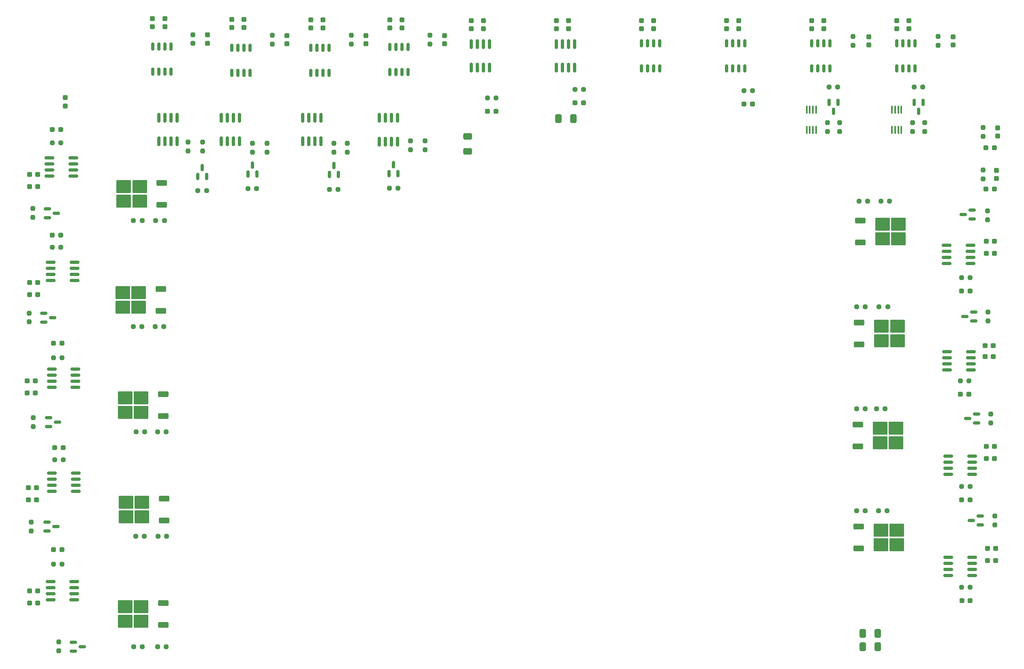
<source format=gbr>
%TF.GenerationSoftware,KiCad,Pcbnew,7.0.7*%
%TF.CreationDate,2023-11-10T12:57:54-06:00*%
%TF.ProjectId,PowerBoard_2024,506f7765-7242-46f6-9172-645f32303234,rev?*%
%TF.SameCoordinates,Original*%
%TF.FileFunction,Paste,Top*%
%TF.FilePolarity,Positive*%
%FSLAX46Y46*%
G04 Gerber Fmt 4.6, Leading zero omitted, Abs format (unit mm)*
G04 Created by KiCad (PCBNEW 7.0.7) date 2023-11-10 12:57:54*
%MOMM*%
%LPD*%
G01*
G04 APERTURE LIST*
G04 Aperture macros list*
%AMRoundRect*
0 Rectangle with rounded corners*
0 $1 Rounding radius*
0 $2 $3 $4 $5 $6 $7 $8 $9 X,Y pos of 4 corners*
0 Add a 4 corners polygon primitive as box body*
4,1,4,$2,$3,$4,$5,$6,$7,$8,$9,$2,$3,0*
0 Add four circle primitives for the rounded corners*
1,1,$1+$1,$2,$3*
1,1,$1+$1,$4,$5*
1,1,$1+$1,$6,$7*
1,1,$1+$1,$8,$9*
0 Add four rect primitives between the rounded corners*
20,1,$1+$1,$2,$3,$4,$5,0*
20,1,$1+$1,$4,$5,$6,$7,0*
20,1,$1+$1,$6,$7,$8,$9,0*
20,1,$1+$1,$8,$9,$2,$3,0*%
G04 Aperture macros list end*
%ADD10RoundRect,0.237500X-0.250000X-0.237500X0.250000X-0.237500X0.250000X0.237500X-0.250000X0.237500X0*%
%ADD11RoundRect,0.237500X0.250000X0.237500X-0.250000X0.237500X-0.250000X-0.237500X0.250000X-0.237500X0*%
%ADD12RoundRect,0.237500X-0.287500X-0.237500X0.287500X-0.237500X0.287500X0.237500X-0.287500X0.237500X0*%
%ADD13RoundRect,0.237500X-0.237500X0.300000X-0.237500X-0.300000X0.237500X-0.300000X0.237500X0.300000X0*%
%ADD14RoundRect,0.237500X-0.300000X-0.237500X0.300000X-0.237500X0.300000X0.237500X-0.300000X0.237500X0*%
%ADD15RoundRect,0.150000X0.150000X-0.675000X0.150000X0.675000X-0.150000X0.675000X-0.150000X-0.675000X0*%
%ADD16RoundRect,0.237500X0.300000X0.237500X-0.300000X0.237500X-0.300000X-0.237500X0.300000X-0.237500X0*%
%ADD17RoundRect,0.237500X0.237500X-0.287500X0.237500X0.287500X-0.237500X0.287500X-0.237500X-0.287500X0*%
%ADD18RoundRect,0.250000X0.850000X0.350000X-0.850000X0.350000X-0.850000X-0.350000X0.850000X-0.350000X0*%
%ADD19RoundRect,0.250000X1.275000X1.125000X-1.275000X1.125000X-1.275000X-1.125000X1.275000X-1.125000X0*%
%ADD20RoundRect,0.150000X0.150000X-0.825000X0.150000X0.825000X-0.150000X0.825000X-0.150000X-0.825000X0*%
%ADD21RoundRect,0.237500X0.237500X-0.300000X0.237500X0.300000X-0.237500X0.300000X-0.237500X-0.300000X0*%
%ADD22RoundRect,0.150000X0.587500X0.150000X-0.587500X0.150000X-0.587500X-0.150000X0.587500X-0.150000X0*%
%ADD23RoundRect,0.237500X0.237500X-0.250000X0.237500X0.250000X-0.237500X0.250000X-0.237500X-0.250000X0*%
%ADD24RoundRect,0.250000X-0.650000X0.412500X-0.650000X-0.412500X0.650000X-0.412500X0.650000X0.412500X0*%
%ADD25RoundRect,0.237500X-0.237500X0.250000X-0.237500X-0.250000X0.237500X-0.250000X0.237500X0.250000X0*%
%ADD26RoundRect,0.150000X-0.825000X-0.150000X0.825000X-0.150000X0.825000X0.150000X-0.825000X0.150000X0*%
%ADD27RoundRect,0.250000X-0.412500X-0.650000X0.412500X-0.650000X0.412500X0.650000X-0.412500X0.650000X0*%
%ADD28RoundRect,0.237500X0.287500X0.237500X-0.287500X0.237500X-0.287500X-0.237500X0.287500X-0.237500X0*%
%ADD29RoundRect,0.150000X-0.587500X-0.150000X0.587500X-0.150000X0.587500X0.150000X-0.587500X0.150000X0*%
%ADD30RoundRect,0.150000X0.825000X0.150000X-0.825000X0.150000X-0.825000X-0.150000X0.825000X-0.150000X0*%
%ADD31RoundRect,0.250000X-0.850000X-0.350000X0.850000X-0.350000X0.850000X0.350000X-0.850000X0.350000X0*%
%ADD32RoundRect,0.250000X-1.275000X-1.125000X1.275000X-1.125000X1.275000X1.125000X-1.275000X1.125000X0*%
%ADD33RoundRect,0.150000X0.150000X-0.587500X0.150000X0.587500X-0.150000X0.587500X-0.150000X-0.587500X0*%
%ADD34RoundRect,0.100000X0.100000X-0.712500X0.100000X0.712500X-0.100000X0.712500X-0.100000X-0.712500X0*%
%ADD35RoundRect,0.150000X-0.150000X0.587500X-0.150000X-0.587500X0.150000X-0.587500X0.150000X0.587500X0*%
G04 APERTURE END LIST*
D10*
%TO.C,R58*%
X343672500Y-167385000D03*
X345497500Y-167385000D03*
%TD*%
D11*
%TO.C,R15*%
X194956500Y-193549000D03*
X193131500Y-193549000D03*
%TD*%
D12*
%TO.C,D4*%
X266587000Y-126492000D03*
X268337000Y-126492000D03*
%TD*%
D13*
%TO.C,C22*%
X199136000Y-107087500D03*
X199136000Y-108812500D03*
%TD*%
D14*
%TO.C,C26*%
X170587500Y-207772000D03*
X172312500Y-207772000D03*
%TD*%
D12*
%TO.C,D20*%
X365393000Y-185674000D03*
X367143000Y-185674000D03*
%TD*%
D10*
%TO.C,R65*%
X284837500Y-121920000D03*
X286662500Y-121920000D03*
%TD*%
D11*
%TO.C,R36*%
X177442500Y-133096000D03*
X175617500Y-133096000D03*
%TD*%
D14*
%TO.C,C37*%
X370993500Y-220472000D03*
X372718500Y-220472000D03*
%TD*%
D10*
%TO.C,R62*%
X343672500Y-188721000D03*
X345497500Y-188721000D03*
%TD*%
D15*
%TO.C,U11*%
X246126000Y-118280000D03*
X247396000Y-118280000D03*
X248666000Y-118280000D03*
X249936000Y-118280000D03*
X249936000Y-113030000D03*
X248666000Y-113030000D03*
X247396000Y-113030000D03*
X246126000Y-113030000D03*
%TD*%
D16*
%TO.C,C20*%
X172566500Y-164846000D03*
X170841500Y-164846000D03*
%TD*%
D17*
%TO.C,D12*%
X208026000Y-112240000D03*
X208026000Y-110490000D03*
%TD*%
D18*
%TO.C,Q14*%
X198971000Y-212084000D03*
D19*
X194346000Y-211329000D03*
X194346000Y-208279000D03*
X190996000Y-211329000D03*
X190996000Y-208279000D03*
D18*
X198971000Y-207524000D03*
%TD*%
D20*
%TO.C,Q21*%
X243967000Y-132842000D03*
X245237000Y-132842000D03*
X246507000Y-132842000D03*
X247777000Y-132842000D03*
X247777000Y-127892000D03*
X246507000Y-127892000D03*
X245237000Y-127892000D03*
X243967000Y-127892000D03*
%TD*%
D11*
%TO.C,R32*%
X177950500Y-199389000D03*
X176125500Y-199389000D03*
%TD*%
D10*
%TO.C,R59*%
X348348000Y-167385000D03*
X350173000Y-167385000D03*
%TD*%
D15*
%TO.C,U10*%
X213106000Y-118449000D03*
X214376000Y-118449000D03*
X215646000Y-118449000D03*
X216916000Y-118449000D03*
X216916000Y-113199000D03*
X215646000Y-113199000D03*
X214376000Y-113199000D03*
X213106000Y-113199000D03*
%TD*%
D13*
%TO.C,C45*%
X319024000Y-107495000D03*
X319024000Y-109220000D03*
%TD*%
D12*
%TO.C,D5*%
X320143500Y-124968000D03*
X321893500Y-124968000D03*
%TD*%
D11*
%TO.C,R29*%
X194853000Y-215393000D03*
X193028000Y-215393000D03*
%TD*%
D10*
%TO.C,R64*%
X365609500Y-204978000D03*
X367434500Y-204978000D03*
%TD*%
D21*
%TO.C,C52*%
X280924000Y-109220000D03*
X280924000Y-107495000D03*
%TD*%
D22*
%TO.C,Q25*%
X369491500Y-213040000D03*
X369491500Y-211140000D03*
X367616500Y-212090000D03*
%TD*%
D23*
%TO.C,R40*%
X217424000Y-135024500D03*
X217424000Y-133199500D03*
%TD*%
D12*
%TO.C,D21*%
X365644000Y-207772000D03*
X367394000Y-207772000D03*
%TD*%
D24*
%TO.C,C49*%
X262382000Y-131787500D03*
X262382000Y-134912500D03*
%TD*%
D23*
%TO.C,R8*%
X342900000Y-112672500D03*
X342900000Y-110847500D03*
%TD*%
D17*
%TO.C,D8*%
X363855000Y-112635000D03*
X363855000Y-110885000D03*
%TD*%
D14*
%TO.C,C18*%
X170333500Y-185420000D03*
X172058500Y-185420000D03*
%TD*%
D21*
%TO.C,C32*%
X246126000Y-109066500D03*
X246126000Y-107341500D03*
%TD*%
D18*
%TO.C,Q6*%
X198820000Y-190241000D03*
D19*
X194195000Y-189486000D03*
X194195000Y-186436000D03*
X190845000Y-189486000D03*
X190845000Y-186436000D03*
D18*
X198820000Y-185681000D03*
%TD*%
D23*
%TO.C,R24*%
X234442000Y-135024500D03*
X234442000Y-133199500D03*
%TD*%
D13*
%TO.C,C16*%
X354584000Y-107495000D03*
X354584000Y-109220000D03*
%TD*%
D25*
%TO.C,R13*%
X171625500Y-190603500D03*
X171625500Y-192428500D03*
%TD*%
D13*
%TO.C,C21*%
X232156000Y-107341500D03*
X232156000Y-109066500D03*
%TD*%
D25*
%TO.C,R23*%
X171196000Y-212447500D03*
X171196000Y-214272500D03*
%TD*%
%TO.C,R17*%
X170766500Y-168722000D03*
X170766500Y-170547000D03*
%TD*%
D23*
%TO.C,R47*%
X254508000Y-112418500D03*
X254508000Y-110593500D03*
%TD*%
D11*
%TO.C,R35*%
X194382500Y-149352000D03*
X192557500Y-149352000D03*
%TD*%
D13*
%TO.C,C47*%
X301244000Y-107495000D03*
X301244000Y-109220000D03*
%TD*%
D16*
%TO.C,C41*%
X372210500Y-175514000D03*
X370485500Y-175514000D03*
%TD*%
D20*
%TO.C,Q12*%
X227965000Y-132777000D03*
X229235000Y-132777000D03*
X230505000Y-132777000D03*
X231775000Y-132777000D03*
X231775000Y-127827000D03*
X230505000Y-127827000D03*
X229235000Y-127827000D03*
X227965000Y-127827000D03*
%TD*%
D26*
%TO.C,U13*%
X362523000Y-154559000D03*
X362523000Y-155829000D03*
X362523000Y-157099000D03*
X362523000Y-158369000D03*
X367473000Y-158369000D03*
X367473000Y-157099000D03*
X367473000Y-155829000D03*
X367473000Y-154559000D03*
%TD*%
D25*
%TO.C,R39*%
X176941000Y-237527500D03*
X176941000Y-239352500D03*
%TD*%
D11*
%TO.C,R14*%
X199425000Y-193549000D03*
X197600000Y-193549000D03*
%TD*%
D25*
%TO.C,R43*%
X253492000Y-132691500D03*
X253492000Y-134516500D03*
%TD*%
D27*
%TO.C,C4*%
X344922388Y-235712000D03*
X348047388Y-235712000D03*
%TD*%
D28*
%TO.C,D10*%
X177405000Y-152400000D03*
X175655000Y-152400000D03*
%TD*%
D29*
%TO.C,Q5*%
X174830500Y-190566000D03*
X174830500Y-192466000D03*
X176705500Y-191516000D03*
%TD*%
D13*
%TO.C,C51*%
X265684000Y-107495000D03*
X265684000Y-109220000D03*
%TD*%
%TO.C,C29*%
X215646000Y-107290500D03*
X215646000Y-109015500D03*
%TD*%
D11*
%TO.C,R44*%
X199425000Y-238506000D03*
X197600000Y-238506000D03*
%TD*%
D29*
%TO.C,Q7*%
X173814500Y-168722000D03*
X173814500Y-170622000D03*
X175689500Y-169672000D03*
%TD*%
D16*
%TO.C,C28*%
X172566500Y-142240000D03*
X170841500Y-142240000D03*
%TD*%
D30*
%TO.C,U4*%
X180464000Y-184277000D03*
X180464000Y-183007000D03*
X180464000Y-181737000D03*
X180464000Y-180467000D03*
X175514000Y-180467000D03*
X175514000Y-181737000D03*
X175514000Y-183007000D03*
X175514000Y-184277000D03*
%TD*%
D20*
%TO.C,U21*%
X263144000Y-117394000D03*
X264414000Y-117394000D03*
X265684000Y-117394000D03*
X266954000Y-117394000D03*
X266954000Y-112444000D03*
X265684000Y-112444000D03*
X264414000Y-112444000D03*
X263144000Y-112444000D03*
%TD*%
D23*
%TO.C,R49*%
X370997000Y-149165000D03*
X370997000Y-147340000D03*
%TD*%
D11*
%TO.C,R48*%
X177696500Y-221234000D03*
X175871500Y-221234000D03*
%TD*%
D20*
%TO.C,U23*%
X280924000Y-117394000D03*
X282194000Y-117394000D03*
X283464000Y-117394000D03*
X284734000Y-117394000D03*
X284734000Y-112444000D03*
X283464000Y-112444000D03*
X282194000Y-112444000D03*
X280924000Y-112444000D03*
%TD*%
D10*
%TO.C,R51*%
X348752500Y-145288000D03*
X350577500Y-145288000D03*
%TD*%
%TO.C,R3*%
X320143500Y-122174000D03*
X321968500Y-122174000D03*
%TD*%
D13*
%TO.C,C30*%
X248666000Y-107341500D03*
X248666000Y-109066500D03*
%TD*%
D31*
%TO.C,Q28*%
X344230000Y-170694000D03*
D32*
X348855000Y-171449000D03*
X348855000Y-174499000D03*
X352205000Y-171449000D03*
X352205000Y-174499000D03*
D31*
X344230000Y-175254000D03*
%TD*%
D33*
%TO.C,Q10*%
X205981500Y-140129500D03*
X207881500Y-140129500D03*
X206931500Y-138254500D03*
%TD*%
D23*
%TO.C,R12*%
X360680000Y-112672500D03*
X360680000Y-110847500D03*
%TD*%
D22*
%TO.C,Q29*%
X368729500Y-191704000D03*
X368729500Y-189804000D03*
X366854500Y-190754000D03*
%TD*%
D10*
%TO.C,R21*%
X233529500Y-142826500D03*
X235354500Y-142826500D03*
%TD*%
D25*
%TO.C,R4*%
X370078000Y-129897500D03*
X370078000Y-131722500D03*
%TD*%
D30*
%TO.C,U8*%
X180529000Y-205994000D03*
X180529000Y-204724000D03*
X180529000Y-203454000D03*
X180529000Y-202184000D03*
X175579000Y-202184000D03*
X175579000Y-203454000D03*
X175579000Y-204724000D03*
X175579000Y-205994000D03*
%TD*%
D23*
%TO.C,R6*%
X337566000Y-130706500D03*
X337566000Y-128881500D03*
%TD*%
D20*
%TO.C,Q13*%
X197866000Y-132777000D03*
X199136000Y-132777000D03*
X200406000Y-132777000D03*
X201676000Y-132777000D03*
X201676000Y-127827000D03*
X200406000Y-127827000D03*
X199136000Y-127827000D03*
X197866000Y-127827000D03*
%TD*%
D22*
%TO.C,Q27*%
X368143000Y-170368000D03*
X368143000Y-168468000D03*
X366268000Y-169418000D03*
%TD*%
D20*
%TO.C,Q20*%
X210947000Y-132777000D03*
X212217000Y-132777000D03*
X213487000Y-132777000D03*
X214757000Y-132777000D03*
X214757000Y-127827000D03*
X213487000Y-127827000D03*
X212217000Y-127827000D03*
X210947000Y-127827000D03*
%TD*%
D23*
%TO.C,R26*%
X203962000Y-134770500D03*
X203962000Y-132945500D03*
%TD*%
%TO.C,R53*%
X372539500Y-213034000D03*
X372539500Y-211209000D03*
%TD*%
D29*
%TO.C,Q15*%
X174576500Y-146878000D03*
X174576500Y-148778000D03*
X176451500Y-147828000D03*
%TD*%
D25*
%TO.C,R25*%
X237236000Y-133199500D03*
X237236000Y-135024500D03*
%TD*%
D21*
%TO.C,C44*%
X316484000Y-109220000D03*
X316484000Y-107495000D03*
%TD*%
D16*
%TO.C,C43*%
X372464500Y-196596000D03*
X370739500Y-196596000D03*
%TD*%
D18*
%TO.C,Q22*%
X198820000Y-233929000D03*
D19*
X194195000Y-233174000D03*
X194195000Y-230124000D03*
X190845000Y-233174000D03*
X190845000Y-230124000D03*
D18*
X198820000Y-229369000D03*
%TD*%
D26*
%TO.C,U17*%
X362842000Y-198628000D03*
X362842000Y-199898000D03*
X362842000Y-201168000D03*
X362842000Y-202438000D03*
X367792000Y-202438000D03*
X367792000Y-201168000D03*
X367792000Y-199898000D03*
X367792000Y-198628000D03*
%TD*%
D34*
%TO.C,Q4*%
X351069000Y-130382500D03*
X351719000Y-130382500D03*
X352369000Y-130382500D03*
X353019000Y-130382500D03*
X353019000Y-126157500D03*
X352369000Y-126157500D03*
X351719000Y-126157500D03*
X351069000Y-126157500D03*
%TD*%
D27*
%TO.C,C6*%
X344922388Y-238506000D03*
X348047388Y-238506000D03*
%TD*%
D22*
%TO.C,Q23*%
X367792000Y-149032000D03*
X367792000Y-147132000D03*
X365917000Y-148082000D03*
%TD*%
D30*
%TO.C,U5*%
X180275000Y-161925000D03*
X180275000Y-160655000D03*
X180275000Y-159385000D03*
X180275000Y-158115000D03*
X175325000Y-158115000D03*
X175325000Y-159385000D03*
X175325000Y-160655000D03*
X175325000Y-161925000D03*
%TD*%
D11*
%TO.C,R19*%
X194353000Y-171525700D03*
X192528000Y-171525700D03*
%TD*%
D13*
%TO.C,C14*%
X336804000Y-107495000D03*
X336804000Y-109220000D03*
%TD*%
D31*
%TO.C,Q26*%
X344117000Y-213365000D03*
D32*
X348742000Y-214120000D03*
X348742000Y-217170000D03*
X352092000Y-214120000D03*
X352092000Y-217170000D03*
D31*
X344117000Y-217925000D03*
%TD*%
D12*
%TO.C,D22*%
X284847000Y-124714000D03*
X286597000Y-124714000D03*
%TD*%
D14*
%TO.C,C42*%
X370739500Y-199136000D03*
X372464500Y-199136000D03*
%TD*%
D21*
%TO.C,C23*%
X229616000Y-109066500D03*
X229616000Y-107341500D03*
%TD*%
D23*
%TO.C,R42*%
X250444000Y-134516500D03*
X250444000Y-132691500D03*
%TD*%
D33*
%TO.C,Q9*%
X233492000Y-139700000D03*
X235392000Y-139700000D03*
X234442000Y-137825000D03*
%TD*%
D28*
%TO.C,D14*%
X177405000Y-130302000D03*
X175655000Y-130302000D03*
%TD*%
D16*
%TO.C,C36*%
X372464500Y-153670000D03*
X370739500Y-153670000D03*
%TD*%
D14*
%TO.C,C34*%
X170841500Y-229362000D03*
X172566500Y-229362000D03*
%TD*%
D12*
%TO.C,D18*%
X365647000Y-164084000D03*
X367397000Y-164084000D03*
%TD*%
D13*
%TO.C,C12*%
X373126000Y-129947500D03*
X373126000Y-131672500D03*
%TD*%
D10*
%TO.C,R56*%
X365609500Y-226060000D03*
X367434500Y-226060000D03*
%TD*%
D12*
%TO.C,D19*%
X365684500Y-228854000D03*
X367434500Y-228854000D03*
%TD*%
D31*
%TO.C,Q24*%
X344449000Y-149357000D03*
D32*
X349074000Y-150112000D03*
X349074000Y-153162000D03*
X352424000Y-150112000D03*
X352424000Y-153162000D03*
D31*
X344449000Y-153917000D03*
%TD*%
D16*
%TO.C,C17*%
X172058500Y-182880000D03*
X170333500Y-182880000D03*
%TD*%
D31*
%TO.C,Q30*%
X343941000Y-192029000D03*
D32*
X348566000Y-192784000D03*
X348566000Y-195834000D03*
X351916000Y-192784000D03*
X351916000Y-195834000D03*
D31*
X343941000Y-196589000D03*
%TD*%
D11*
%TO.C,R34*%
X199058000Y-149352000D03*
X197233000Y-149352000D03*
%TD*%
D10*
%TO.C,R55*%
X348244500Y-210057000D03*
X350069500Y-210057000D03*
%TD*%
%TO.C,R63*%
X347829500Y-188722000D03*
X349654500Y-188722000D03*
%TD*%
D13*
%TO.C,C53*%
X283464000Y-107495000D03*
X283464000Y-109220000D03*
%TD*%
D11*
%TO.C,R18*%
X198925000Y-171525700D03*
X197100000Y-171525700D03*
%TD*%
D10*
%TO.C,R60*%
X365355500Y-182880000D03*
X367180500Y-182880000D03*
%TD*%
D29*
%TO.C,Q19*%
X179989000Y-237556000D03*
X179989000Y-239456000D03*
X181864000Y-238506000D03*
%TD*%
D16*
%TO.C,C38*%
X372718500Y-217932000D03*
X370993500Y-217932000D03*
%TD*%
D18*
%TO.C,Q16*%
X198510000Y-146044000D03*
D19*
X193885000Y-145289000D03*
X193885000Y-142239000D03*
X190535000Y-145289000D03*
X190535000Y-142239000D03*
D18*
X198510000Y-141484000D03*
%TD*%
D23*
%TO.C,R7*%
X340106000Y-130706500D03*
X340106000Y-128881500D03*
%TD*%
D15*
%TO.C,U2*%
X334264000Y-117544000D03*
X335534000Y-117544000D03*
X336804000Y-117544000D03*
X338074000Y-117544000D03*
X338074000Y-112294000D03*
X336804000Y-112294000D03*
X335534000Y-112294000D03*
X334264000Y-112294000D03*
%TD*%
D14*
%TO.C,C35*%
X370739500Y-156210000D03*
X372464500Y-156210000D03*
%TD*%
D15*
%TO.C,U19*%
X298704000Y-117544000D03*
X299974000Y-117544000D03*
X301244000Y-117544000D03*
X302514000Y-117544000D03*
X302514000Y-112294000D03*
X301244000Y-112294000D03*
X299974000Y-112294000D03*
X298704000Y-112294000D03*
%TD*%
D30*
%TO.C,U9*%
X180021000Y-140081000D03*
X180021000Y-138811000D03*
X180021000Y-137541000D03*
X180021000Y-136271000D03*
X175071000Y-136271000D03*
X175071000Y-137541000D03*
X175071000Y-138811000D03*
X175071000Y-140081000D03*
%TD*%
D13*
%TO.C,C9*%
X372872000Y-138837500D03*
X372872000Y-140562500D03*
%TD*%
D33*
%TO.C,Q17*%
X216474000Y-139621500D03*
X218374000Y-139621500D03*
X217424000Y-137746500D03*
%TD*%
D15*
%TO.C,U18*%
X316484000Y-117544000D03*
X317754000Y-117544000D03*
X319024000Y-117544000D03*
X320294000Y-117544000D03*
X320294000Y-112294000D03*
X319024000Y-112294000D03*
X317754000Y-112294000D03*
X316484000Y-112294000D03*
%TD*%
D28*
%TO.C,D3*%
X372477000Y-142748000D03*
X370727000Y-142748000D03*
%TD*%
D25*
%TO.C,R41*%
X220472000Y-133199500D03*
X220472000Y-135024500D03*
%TD*%
D23*
%TO.C,R31*%
X204978000Y-112287500D03*
X204978000Y-110462500D03*
%TD*%
D35*
%TO.C,Q3*%
X357566000Y-124617000D03*
X355666000Y-124617000D03*
X356616000Y-126492000D03*
%TD*%
D11*
%TO.C,R16*%
X177696500Y-178054000D03*
X175871500Y-178054000D03*
%TD*%
D23*
%TO.C,R46*%
X221615000Y-112418500D03*
X221615000Y-110593500D03*
%TD*%
%TO.C,R11*%
X357886000Y-130706500D03*
X357886000Y-128881500D03*
%TD*%
D25*
%TO.C,R33*%
X171528500Y-146849500D03*
X171528500Y-148674500D03*
%TD*%
D28*
%TO.C,D6*%
X372477000Y-134112000D03*
X370727000Y-134112000D03*
%TD*%
D11*
%TO.C,R5*%
X339748500Y-121412000D03*
X337923500Y-121412000D03*
%TD*%
%TO.C,R20*%
X177442500Y-154940000D03*
X175617500Y-154940000D03*
%TD*%
D21*
%TO.C,C24*%
X196531700Y-108812500D03*
X196531700Y-107087500D03*
%TD*%
D10*
%TO.C,R50*%
X344180500Y-145288000D03*
X346005500Y-145288000D03*
%TD*%
D21*
%TO.C,C50*%
X263144000Y-109220000D03*
X263144000Y-107495000D03*
%TD*%
D28*
%TO.C,D9*%
X177659000Y-175006000D03*
X175909000Y-175006000D03*
%TD*%
D23*
%TO.C,R1*%
X370078000Y-140612500D03*
X370078000Y-138787500D03*
%TD*%
D28*
%TO.C,D17*%
X177659000Y-218186000D03*
X175909000Y-218186000D03*
%TD*%
D10*
%TO.C,R54*%
X343672500Y-210057000D03*
X345497500Y-210057000D03*
%TD*%
D23*
%TO.C,R10*%
X355346000Y-130706500D03*
X355346000Y-128881500D03*
%TD*%
D16*
%TO.C,C33*%
X172566500Y-226822000D03*
X170841500Y-226822000D03*
%TD*%
D26*
%TO.C,U14*%
X362842000Y-219837000D03*
X362842000Y-221107000D03*
X362842000Y-222377000D03*
X362842000Y-223647000D03*
X367792000Y-223647000D03*
X367792000Y-222377000D03*
X367792000Y-221107000D03*
X367792000Y-219837000D03*
%TD*%
D30*
%TO.C,U12*%
X180210000Y-228727000D03*
X180210000Y-227457000D03*
X180210000Y-226187000D03*
X180210000Y-224917000D03*
X175260000Y-224917000D03*
X175260000Y-226187000D03*
X175260000Y-227457000D03*
X175260000Y-228727000D03*
%TD*%
D18*
%TO.C,Q8*%
X198319500Y-168218700D03*
D19*
X193694500Y-167463700D03*
X193694500Y-164413700D03*
X190344500Y-167463700D03*
X190344500Y-164413700D03*
D18*
X198319500Y-163658700D03*
%TD*%
D17*
%TO.C,D16*%
X257556000Y-112381000D03*
X257556000Y-110631000D03*
%TD*%
D15*
%TO.C,U3*%
X352044000Y-117544000D03*
X353314000Y-117544000D03*
X354584000Y-117544000D03*
X355854000Y-117544000D03*
X355854000Y-112294000D03*
X354584000Y-112294000D03*
X353314000Y-112294000D03*
X352044000Y-112294000D03*
%TD*%
D10*
%TO.C,R38*%
X246054000Y-142591000D03*
X247879000Y-142591000D03*
%TD*%
D16*
%TO.C,C25*%
X172312500Y-205232000D03*
X170587500Y-205232000D03*
%TD*%
D14*
%TO.C,C40*%
X370485500Y-177800000D03*
X372210500Y-177800000D03*
%TD*%
D23*
%TO.C,R61*%
X371680500Y-191666500D03*
X371680500Y-189841500D03*
%TD*%
%TO.C,R30*%
X238112300Y-112418500D03*
X238112300Y-110593500D03*
%TD*%
%TO.C,R57*%
X371094000Y-170330500D03*
X371094000Y-168505500D03*
%TD*%
D21*
%TO.C,C46*%
X298704000Y-109220000D03*
X298704000Y-107495000D03*
%TD*%
D10*
%TO.C,R2*%
X266549500Y-123698000D03*
X268374500Y-123698000D03*
%TD*%
D27*
%TO.C,C11*%
X281393500Y-128016000D03*
X284518500Y-128016000D03*
%TD*%
D14*
%TO.C,C27*%
X170841500Y-139700000D03*
X172566500Y-139700000D03*
%TD*%
D11*
%TO.C,R45*%
X194448500Y-238506000D03*
X192623500Y-238506000D03*
%TD*%
D10*
%TO.C,R37*%
X216511500Y-142669500D03*
X218336500Y-142669500D03*
%TD*%
D34*
%TO.C,Q2*%
X333248000Y-130382500D03*
X333898000Y-130382500D03*
X334548000Y-130382500D03*
X335198000Y-130382500D03*
X335198000Y-126157500D03*
X334548000Y-126157500D03*
X333898000Y-126157500D03*
X333248000Y-126157500D03*
%TD*%
D21*
%TO.C,C15*%
X352044000Y-109220000D03*
X352044000Y-107495000D03*
%TD*%
D15*
%TO.C,U6*%
X229603300Y-118500000D03*
X230873300Y-118500000D03*
X232143300Y-118500000D03*
X233413300Y-118500000D03*
X233413300Y-113250000D03*
X232143300Y-113250000D03*
X230873300Y-113250000D03*
X229603300Y-113250000D03*
%TD*%
D14*
%TO.C,C19*%
X170841500Y-162306000D03*
X172566500Y-162306000D03*
%TD*%
D25*
%TO.C,R27*%
X207010000Y-132945500D03*
X207010000Y-134770500D03*
%TD*%
D17*
%TO.C,D11*%
X241160300Y-112381000D03*
X241160300Y-110631000D03*
%TD*%
D10*
%TO.C,R52*%
X365609500Y-161290000D03*
X367434500Y-161290000D03*
%TD*%
D21*
%TO.C,C39*%
X178308000Y-125362000D03*
X178308000Y-123637000D03*
%TD*%
D11*
%TO.C,R9*%
X357528500Y-121412000D03*
X355703500Y-121412000D03*
%TD*%
D17*
%TO.C,D15*%
X224663000Y-112381000D03*
X224663000Y-110631000D03*
%TD*%
D21*
%TO.C,C31*%
X213108700Y-109015500D03*
X213108700Y-107290500D03*
%TD*%
D10*
%TO.C,R22*%
X206019000Y-143080500D03*
X207844000Y-143080500D03*
%TD*%
D29*
%TO.C,Q11*%
X174498000Y-212410000D03*
X174498000Y-214310000D03*
X176373000Y-213360000D03*
%TD*%
D21*
%TO.C,C13*%
X334264000Y-109220000D03*
X334264000Y-107495000D03*
%TD*%
D35*
%TO.C,Q1*%
X339786000Y-124617000D03*
X337886000Y-124617000D03*
X338836000Y-126492000D03*
%TD*%
D26*
%TO.C,U16*%
X362588000Y-176784000D03*
X362588000Y-178054000D03*
X362588000Y-179324000D03*
X362588000Y-180594000D03*
X367538000Y-180594000D03*
X367538000Y-179324000D03*
X367538000Y-178054000D03*
X367538000Y-176784000D03*
%TD*%
D17*
%TO.C,D7*%
X346202000Y-112635000D03*
X346202000Y-110885000D03*
%TD*%
D15*
%TO.C,U7*%
X196596000Y-118167000D03*
X197866000Y-118167000D03*
X199136000Y-118167000D03*
X200406000Y-118167000D03*
X200406000Y-112917000D03*
X199136000Y-112917000D03*
X197866000Y-112917000D03*
X196596000Y-112917000D03*
%TD*%
D28*
%TO.C,D13*%
X177875500Y-196850000D03*
X176125500Y-196850000D03*
%TD*%
D11*
%TO.C,R28*%
X199528500Y-215393000D03*
X197703500Y-215393000D03*
%TD*%
D33*
%TO.C,Q18*%
X245938000Y-139543000D03*
X247838000Y-139543000D03*
X246888000Y-137668000D03*
%TD*%
M02*

</source>
